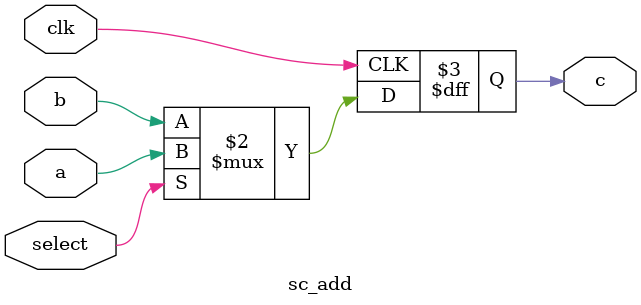
<source format=sv>

`timescale 1us/1ns


module sc_add (
    input logic clk,
    input logic a,
    input logic b,
    input logic select,
    output logic c
  );

  always @(posedge clk)
  begin
    c <= select ? a : b;
  end

endmodule

</source>
